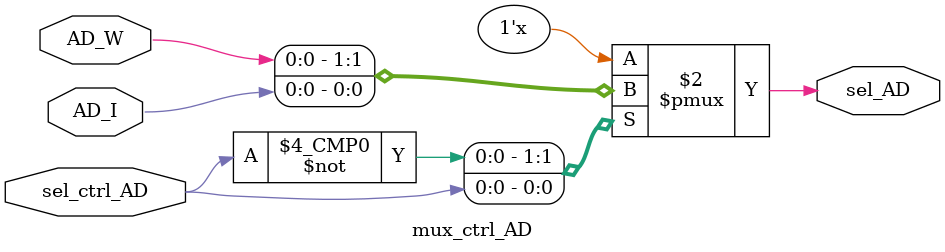
<source format=v>
`timescale 1ns / 1ps
module mux_ctrl_AD(
   input wire AD_W, AD_I,
	input wire sel_ctrl_AD,
	output reg sel_AD
    );

always @*
	case (sel_ctrl_AD)
		1'b0: sel_AD = AD_W;
		1'b1: sel_AD = AD_I;
	endcase
	
endmodule

</source>
